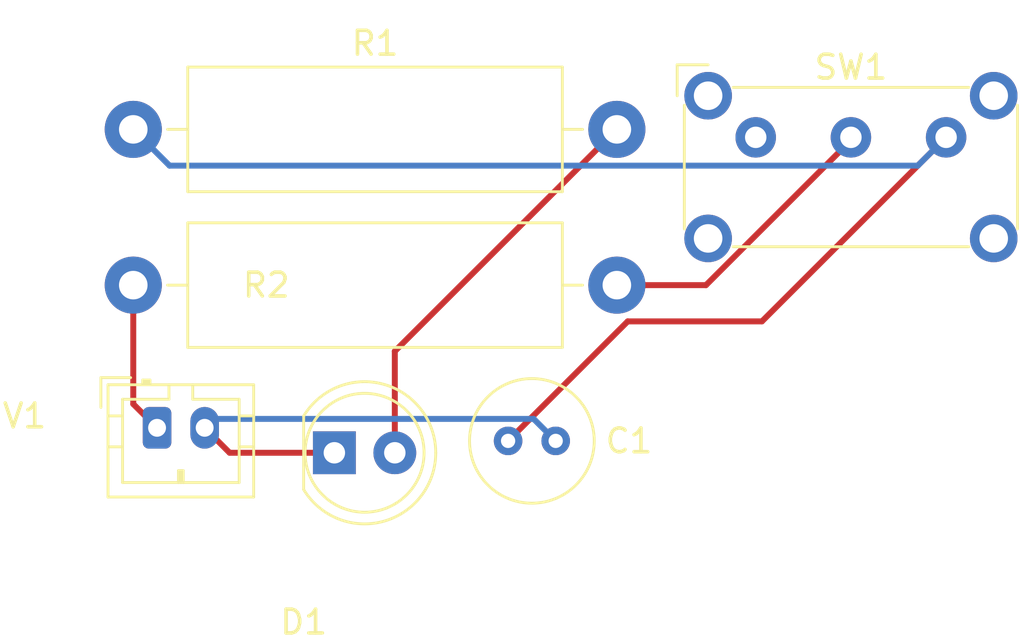
<source format=kicad_pcb>
(kicad_pcb (version 20211014) (generator pcbnew)
  (layers (0 "F.Cu" signal) (31 "B.Cu" signal) (34 "B.Paste" user) (35 "F.Paste" user) (36 "B.SilkS" user "B.Silkscreen") (37 "F.SilkS" user "F.Silkscreen") (38 "B.Mask" user) (39 "F.Mask" user) (44 "Edge.Cuts" user))
  (net 0 "")
  (net 1 "Net-(C1-Pad1)")
  (net 2 "Net-(C1-Pad2)")
  (net 3 "Net-(D1-Pad2)")
  (net 4 "Net-(R2-Pad1)")
  (net 5 "Net-(R2-Pad2)")
  (footprint "Capacitor_THT:C_Radial_D5.0mm_H5.0mm_P2.00mm" (layer "F.Cu") (at 35.56 33.02)
    (fp_text reference "C1" (at 5.08 0) (layer "F.SilkS"))
    (fp_text value "4.7 MicroF")
    (fp_circle (center 1 0) (end 3.62 0) (layer "F.SilkS") (width 0.12) (fill none))
    (pad "1" thru_hole circle (at 0 0) (size 1.2 1.2) (drill 0.6) (layers *.Cu *.Mask) (net 1 "Net-(C1-Pad1)"))
    (pad "2" thru_hole circle (at 2 0) (size 1.2 1.2) (drill 0.6) (layers *.Cu *.Mask) (net 2 "Net-(C1-Pad2)"))
  )
  (footprint "Resistor_THT:R_Axial_DIN0516_L15.5mm_D5.0mm_P20.32mm_Horizontal" (layer "F.Cu") (at 19.81 26.47)
    (fp_text reference "R2" (at 5.59 0) (layer "F.SilkS"))
    (fp_text value "2.2k")
    (fp_line (start 1.44 0) (end 2.29 0) (layer "F.SilkS") (width 0.12))
    (fp_line (start 18.03 -2.62) (end 2.29 -2.62) (layer "F.SilkS") (width 0.12))
    (fp_line (start 18.88 0) (end 18.03 0) (layer "F.SilkS") (width 0.12))
    (fp_line (start 2.29 2.62) (end 18.03 2.62) (layer "F.SilkS") (width 0.12))
    (fp_line (start 18.03 2.62) (end 18.03 -2.62) (layer "F.SilkS") (width 0.12))
    (fp_line (start 2.29 -2.62) (end 2.29 2.62) (layer "F.SilkS") (width 0.12))
    (pad "1" thru_hole circle (at 0 0) (size 2.4 2.4) (drill 1.2) (layers *.Cu *.Mask) (net 4 "Net-(R2-Pad1)"))
    (pad "2" thru_hole oval (at 20.32 0) (size 2.4 2.4) (drill 1.2) (layers *.Cu *.Mask) (net 5 "Net-(R2-Pad2)"))
  )
  (footprint "Button_Switch_THT:SW_E-Switch_EG1224_SPDT_Angled" (layer "F.Cu") (at 45.965 20.255)
    (fp_text reference "SW1" (at 4 -2.95) (layer "F.SilkS"))
    (fp_text value "SW_SPDT")
    (fp_line (start -0.95 -2.1) (end 8.95 -2.1) (layer "F.SilkS") (width 0.12))
    (fp_line (start 8.95 4.6) (end -0.95 4.6) (layer "F.SilkS") (width 0.12))
    (fp_line (start -3.3 -1.75) (end -3.3 -3.05) (layer "F.SilkS") (width 0.12))
    (fp_line (start -3.3 -3.05) (end -2 -3.05) (layer "F.SilkS") (width 0.12))
    (fp_line (start 11 -1.35) (end 11 3.85) (layer "F.SilkS") (width 0.12))
    (fp_line (start -3 3.85) (end -3 -1.35) (layer "F.SilkS") (width 0.12))
    (pad "" thru_hole circle (at 10 4.25) (size 2 2) (drill 1.2) (layers *.Cu *.Mask))
    (pad "" thru_hole circle (at -2 4.25) (size 2 2) (drill 1.2) (layers *.Cu *.Mask))
    (pad "" thru_hole circle (at 10 -1.75) (size 2 2) (drill 1.2) (layers *.Cu *.Mask))
    (pad "" thru_hole circle (at -2 -1.75) (size 2 2) (drill 1.2) (layers *.Cu *.Mask))
    (pad "1" thru_hole circle (at 0 0) (size 1.7 1.7) (drill 0.9) (layers *.Cu *.Mask))
    (pad "2" thru_hole circle (at 4 0) (size 1.7 1.7) (drill 0.9) (layers *.Cu *.Mask) (net 5 "Net-(R2-Pad2)"))
    (pad "3" thru_hole circle (at 8 0) (size 1.7 1.7) (drill 0.9) (layers *.Cu *.Mask) (net 1 "Net-(C1-Pad1)"))
  )
  (footprint "Connector_JST:JST_PH_B2B-PH-K_1x02_P2.00mm_Vertical" (layer "F.Cu") (at 20.81 32.47)
    (fp_text reference "V1" (at -5.57 -0.5) (layer "F.SilkS"))
    (fp_text value "9 V")
    (fp_line (start -2.06 2.91) (end 4.06 2.91) (layer "F.SilkS") (width 0.12))
    (fp_line (start 1.5 -1.2) (end 1.5 -1.81) (layer "F.SilkS") (width 0.12))
    (fp_line (start 1.1 1.8) (end 1.1 2.3) (layer "F.SilkS") (width 0.12))
    (fp_line (start -2.06 -0.5) (end -1.45 -0.5) (layer "F.SilkS") (width 0.12))
    (fp_line (start -2.36 -2.11) (end -2.36 -0.86) (layer "F.SilkS") (width 0.12))
    (fp_line (start 0.5 -1.81) (end 0.5 -1.2) (layer "F.SilkS") (width 0.12))
    (fp_line (start -0.6 -2.01) (end -0.6 -1.81) (layer "F.SilkS") (width 0.12))
    (fp_line (start -1.45 2.3) (end 3.45 2.3) (layer "F.SilkS") (width 0.12))
    (fp_line (start -0.3 -1.91) (end -0.6 -1.91) (layer "F.SilkS") (width 0.12))
    (fp_line (start -2.06 -1.81) (end -2.06 2.91) (layer "F.SilkS") (width 0.12))
    (fp_line (start -1.45 -1.2) (end -1.45 2.3) (layer "F.SilkS") (width 0.12))
    (fp_line (start 0.5 -1.2) (end -1.45 -1.2) (layer "F.SilkS") (width 0.12))
    (fp_line (start 4.06 -1.81) (end -2.06 -1.81) (layer "F.SilkS") (width 0.12))
    (fp_line (start -0.3 -1.81) (end -0.3 -2.01) (layer "F.SilkS") (width 0.12))
    (fp_line (start 4.06 0.8) (end 3.45 0.8) (layer "F.SilkS") (width 0.12))
    (fp_line (start 3.45 2.3) (end 3.45 -1.2) (layer "F.SilkS") (width 0.12))
    (fp_line (start 1 2.3) (end 1 1.8) (layer "F.SilkS") (width 0.12))
    (fp_line (start -2.06 0.8) (end -1.45 0.8) (layer "F.SilkS") (width 0.12))
    (fp_line (start -1.11 -2.11) (end -2.36 -2.11) (layer "F.SilkS") (width 0.12))
    (fp_line (start 0.9 2.3) (end 0.9 1.8) (layer "F.SilkS") (width 0.12))
    (fp_line (start 3.45 -1.2) (end 1.5 -1.2) (layer "F.SilkS") (width 0.12))
    (fp_line (start 0.9 1.8) (end 1.1 1.8) (layer "F.SilkS") (width 0.12))
    (fp_line (start 4.06 -0.5) (end 3.45 -0.5) (layer "F.SilkS") (width 0.12))
    (fp_line (start -0.3 -2.01) (end -0.6 -2.01) (layer "F.SilkS") (width 0.12))
    (fp_line (start 4.06 2.91) (end 4.06 -1.81) (layer "F.SilkS") (width 0.12))
    (pad "1" thru_hole roundrect (at 0 0) (size 1.2 1.75) (drill 0.75) (layers *.Cu *.Mask) (roundrect_rratio 0.208333) (net 4 "Net-(R2-Pad1)"))
    (pad "2" thru_hole oval (at 2 0) (size 1.2 1.75) (drill 0.75) (layers *.Cu *.Mask) (net 2 "Net-(C1-Pad2)"))
  )
  (footprint "Resistor_THT:R_Axial_DIN0516_L15.5mm_D5.0mm_P20.32mm_Horizontal" (layer "F.Cu") (at 19.81 19.92)
    (fp_text reference "R1" (at 10.16 -3.62) (layer "F.SilkS"))
    (fp_text value "20k")
    (fp_line (start 18.88 0) (end 18.03 0) (layer "F.SilkS") (width 0.12))
    (fp_line (start 1.44 0) (end 2.29 0) (layer "F.SilkS") (width 0.12))
    (fp_line (start 18.03 -2.62) (end 2.29 -2.62) (layer "F.SilkS") (width 0.12))
    (fp_line (start 2.29 -2.62) (end 2.29 2.62) (layer "F.SilkS") (width 0.12))
    (fp_line (start 2.29 2.62) (end 18.03 2.62) (layer "F.SilkS") (width 0.12))
    (fp_line (start 18.03 2.62) (end 18.03 -2.62) (layer "F.SilkS") (width 0.12))
    (pad "1" thru_hole circle (at 0 0) (size 2.4 2.4) (drill 1.2) (layers *.Cu *.Mask) (net 1 "Net-(C1-Pad1)"))
    (pad "2" thru_hole oval (at 20.32 0) (size 2.4 2.4) (drill 1.2) (layers *.Cu *.Mask) (net 3 "Net-(D1-Pad2)"))
  )
  (footprint "LED_THT:LED_D5.0mm" (layer "F.Cu") (at 28.26 33.52)
    (fp_text reference "D1" (at -1.29 7.12) (layer "F.SilkS"))
    (fp_text value "LED")
    (fp_line (start -1.29 -1.545) (end -1.29 1.545) (layer "F.SilkS") (width 0.12))
    (fp_arc (start 4.26 -0.000462) (mid 2.072002 2.880433) (end -1.29 1.54483) (layer "F.SilkS") (width 0.12))
    (fp_arc (start -1.29 -1.54483) (mid 2.072002 -2.880433) (end 4.26 0.000462) (layer "F.SilkS") (width 0.12))
    (fp_circle (center 1.27 0) (end 3.77 0) (layer "F.SilkS") (width 0.12) (fill none))
    (pad "1" thru_hole rect (at 0 0) (size 1.8 1.8) (drill 0.9) (layers *.Cu *.Mask) (net 2 "Net-(C1-Pad2)"))
    (pad "2" thru_hole circle (at 2.54 0) (size 1.8 1.8) (drill 0.9) (layers *.Cu *.Mask) (net 3 "Net-(D1-Pad2)"))
  )
  (segment (start 40.585 27.995) (end 35.56 33.02) (width 0.25) (layer "F.Cu") (net 1))
  (segment (start 53.965 20.255) (end 46.225 27.995) (width 0.25) (layer "F.Cu") (net 1))
  (segment (start 46.225 27.995) (end 40.585 27.995) (width 0.25) (layer "F.Cu") (net 1))
  (segment (start 21.335 21.445) (end 19.81 19.92) (width 0.25) (layer "B.Cu") (net 1))
  (segment (start 53.965 20.255) (end 52.775 21.445) (width 0.25) (layer "B.Cu") (net 1))
  (segment (start 52.775 21.445) (end 21.335 21.445) (width 0.25) (layer "B.Cu") (net 1))
  (segment (start 23.86 33.52) (end 22.81 32.47) (width 0.25) (layer "F.Cu") (net 2))
  (segment (start 28.26 33.52) (end 23.86 33.52) (width 0.25) (layer "F.Cu") (net 2))
  (segment (start 37.56 33.02) (end 36.635 32.095) (width 0.25) (layer "B.Cu") (net 2))
  (segment (start 36.635 32.095) (end 23.185 32.095) (width 0.25) (layer "B.Cu") (net 2))
  (segment (start 23.185 32.095) (end 22.81 32.47) (width 0.25) (layer "B.Cu") (net 2))
  (segment (start 40.13 19.92) (end 30.8 29.25) (width 0.25) (layer "F.Cu") (net 3))
  (segment (start 30.8 29.25) (end 30.8 33.52) (width 0.25) (layer "F.Cu") (net 3))
  (segment (start 20.81 32.47) (end 19.81 31.47) (width 0.25) (layer "F.Cu") (net 4))
  (segment (start 19.81 31.47) (end 19.81 26.47) (width 0.25) (layer "F.Cu") (net 4))
  (segment (start 43.873833 26.47) (end 49.965 20.378833) (width 0.25) (layer "F.Cu") (net 5))
  (segment (start 40.13 26.47) (end 43.873833 26.47) (width 0.25) (layer "F.Cu") (net 5))
  (segment (start 49.965 20.378833) (end 49.965 20.255) (width 0.25) (layer "F.Cu") (net 5))
)
</source>
